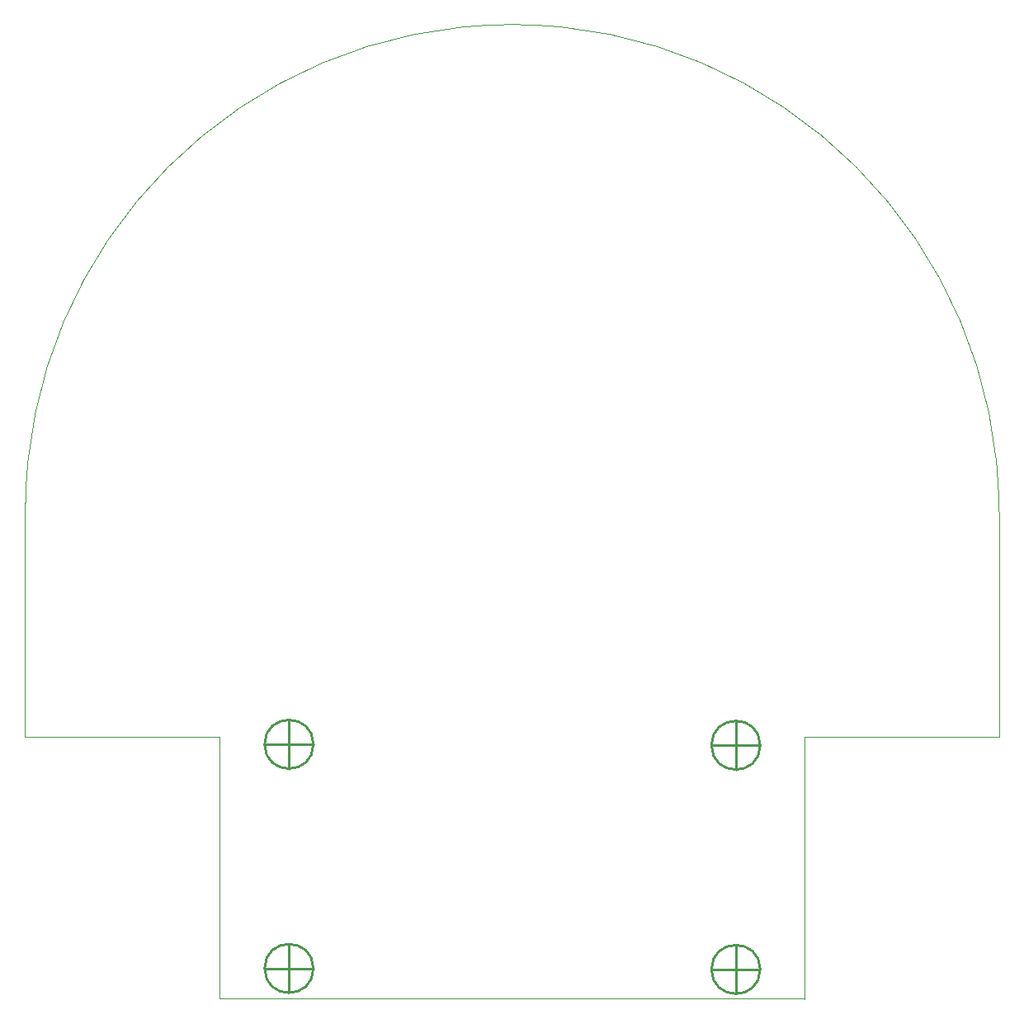
<source format=gbr>
%TF.GenerationSoftware,KiCad,Pcbnew,7.0.1*%
%TF.CreationDate,2023-08-15T21:04:50-03:00*%
%TF.ProjectId,BoverJr_PCBWAY,426f7665-724a-4725-9f50-43425741592e,rev?*%
%TF.SameCoordinates,Original*%
%TF.FileFunction,Legend,Bot*%
%TF.FilePolarity,Positive*%
%FSLAX46Y46*%
G04 Gerber Fmt 4.6, Leading zero omitted, Abs format (unit mm)*
G04 Created by KiCad (PCBNEW 7.0.1) date 2023-08-15 21:04:50*
%MOMM*%
%LPD*%
G01*
G04 APERTURE LIST*
%ADD10C,0.150000*%
%ADD11C,0.254000*%
%TA.AperFunction,Profile*%
%ADD12C,0.100000*%
%TD*%
G04 APERTURE END LIST*
D10*
%TO.C,*%
D11*
%TO.C,H1*%
X127100000Y-101200000D02*
X127100000Y-106200000D01*
X129600000Y-103700000D02*
X124600000Y-103700000D01*
X127100000Y-124200000D02*
X127100000Y-129200000D01*
X129600000Y-126700000D02*
X124600000Y-126700000D01*
X129600000Y-103700000D02*
G75*
G03*
X129600000Y-103700000I-2500000J0D01*
G01*
X129600000Y-126700000D02*
G75*
G03*
X129600000Y-126700000I-2500000J0D01*
G01*
%TO.C,H2*%
X172950000Y-129300000D02*
X172950000Y-124300000D01*
X170450000Y-126800000D02*
X175450000Y-126800000D01*
X172950000Y-106300000D02*
X172950000Y-101300000D01*
X170450000Y-103800000D02*
X175450000Y-103800000D01*
X175450000Y-126800000D02*
G75*
G03*
X175450000Y-126800000I-2500000J0D01*
G01*
X175450000Y-103800000D02*
G75*
G03*
X175450000Y-103800000I-2500000J0D01*
G01*
%TD*%
D12*
X199950000Y-79800000D02*
G75*
G03*
X100050000Y-79800000I-49950000J0D01*
G01*
X120000000Y-129750000D02*
X120000000Y-102900000D01*
X180000000Y-102900000D02*
X200000000Y-102900000D01*
X180000000Y-129850000D02*
X180000000Y-102900000D01*
X120000000Y-102900000D02*
X100000000Y-102900000D01*
X100000000Y-102900000D02*
X100000000Y-79800000D01*
X200000000Y-102900000D02*
X200000000Y-79800000D01*
X120000000Y-129750000D02*
X180000000Y-129800000D01*
M02*

</source>
